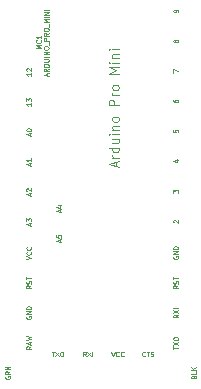
<source format=gbr>
G04 #@! TF.FileFunction,Legend,Bot*
%FSLAX46Y46*%
G04 Gerber Fmt 4.6, Leading zero omitted, Abs format (unit mm)*
G04 Created by KiCad (PCBNEW 4.0.2-2.fc24-product) date Thu 11 Aug 2016 11:34:58 NZST*
%MOMM*%
G01*
G04 APERTURE LIST*
%ADD10C,0.100000*%
%ADD11C,0.088900*%
G04 APERTURE END LIST*
D10*
D11*
X111207248Y-98118990D02*
X110800848Y-98118990D01*
X111091133Y-97983523D01*
X110800848Y-97848057D01*
X111207248Y-97848057D01*
X111168543Y-97422305D02*
X111187895Y-97441657D01*
X111207248Y-97499714D01*
X111207248Y-97538419D01*
X111187895Y-97596476D01*
X111149190Y-97635181D01*
X111110486Y-97654533D01*
X111033076Y-97673885D01*
X110975019Y-97673885D01*
X110897610Y-97654533D01*
X110858905Y-97635181D01*
X110820200Y-97596476D01*
X110800848Y-97538419D01*
X110800848Y-97499714D01*
X110820200Y-97441657D01*
X110839552Y-97422305D01*
X111207248Y-97035257D02*
X111207248Y-97267485D01*
X111207248Y-97151371D02*
X110800848Y-97151371D01*
X110858905Y-97190076D01*
X110897610Y-97228781D01*
X110916962Y-97267485D01*
X111726133Y-100418294D02*
X111726133Y-100224771D01*
X111842248Y-100456999D02*
X111435848Y-100321533D01*
X111842248Y-100186066D01*
X111842248Y-99818371D02*
X111648724Y-99953837D01*
X111842248Y-100050599D02*
X111435848Y-100050599D01*
X111435848Y-99895780D01*
X111455200Y-99857075D01*
X111474552Y-99837723D01*
X111513257Y-99818371D01*
X111571314Y-99818371D01*
X111610019Y-99837723D01*
X111629371Y-99857075D01*
X111648724Y-99895780D01*
X111648724Y-100050599D01*
X111842248Y-99644199D02*
X111435848Y-99644199D01*
X111435848Y-99547437D01*
X111455200Y-99489380D01*
X111493905Y-99450675D01*
X111532610Y-99431323D01*
X111610019Y-99411971D01*
X111668076Y-99411971D01*
X111745486Y-99431323D01*
X111784190Y-99450675D01*
X111822895Y-99489380D01*
X111842248Y-99547437D01*
X111842248Y-99644199D01*
X111435848Y-99237799D02*
X111764838Y-99237799D01*
X111803543Y-99218447D01*
X111822895Y-99199094D01*
X111842248Y-99160390D01*
X111842248Y-99082980D01*
X111822895Y-99044275D01*
X111803543Y-99024923D01*
X111764838Y-99005571D01*
X111435848Y-99005571D01*
X111842248Y-98812047D02*
X111435848Y-98812047D01*
X111842248Y-98618523D02*
X111435848Y-98618523D01*
X111842248Y-98386295D01*
X111435848Y-98386295D01*
X111435848Y-98115362D02*
X111435848Y-98037952D01*
X111455200Y-97999247D01*
X111493905Y-97960543D01*
X111571314Y-97941190D01*
X111706781Y-97941190D01*
X111784190Y-97960543D01*
X111822895Y-97999247D01*
X111842248Y-98037952D01*
X111842248Y-98115362D01*
X111822895Y-98154066D01*
X111784190Y-98192771D01*
X111706781Y-98212123D01*
X111571314Y-98212123D01*
X111493905Y-98192771D01*
X111455200Y-98154066D01*
X111435848Y-98115362D01*
X111880952Y-97863781D02*
X111880952Y-97554143D01*
X111842248Y-97457381D02*
X111435848Y-97457381D01*
X111435848Y-97302562D01*
X111455200Y-97263857D01*
X111474552Y-97244505D01*
X111513257Y-97225153D01*
X111571314Y-97225153D01*
X111610019Y-97244505D01*
X111629371Y-97263857D01*
X111648724Y-97302562D01*
X111648724Y-97457381D01*
X111842248Y-96818753D02*
X111648724Y-96954219D01*
X111842248Y-97050981D02*
X111435848Y-97050981D01*
X111435848Y-96896162D01*
X111455200Y-96857457D01*
X111474552Y-96838105D01*
X111513257Y-96818753D01*
X111571314Y-96818753D01*
X111610019Y-96838105D01*
X111629371Y-96857457D01*
X111648724Y-96896162D01*
X111648724Y-97050981D01*
X111435848Y-96567172D02*
X111435848Y-96489762D01*
X111455200Y-96451057D01*
X111493905Y-96412353D01*
X111571314Y-96393000D01*
X111706781Y-96393000D01*
X111784190Y-96412353D01*
X111822895Y-96451057D01*
X111842248Y-96489762D01*
X111842248Y-96567172D01*
X111822895Y-96605876D01*
X111784190Y-96644581D01*
X111706781Y-96663933D01*
X111571314Y-96663933D01*
X111493905Y-96644581D01*
X111455200Y-96605876D01*
X111435848Y-96567172D01*
X111880952Y-96315591D02*
X111880952Y-96005953D01*
X111842248Y-95909191D02*
X111435848Y-95909191D01*
X111726133Y-95773724D01*
X111435848Y-95638258D01*
X111842248Y-95638258D01*
X111842248Y-95444734D02*
X111435848Y-95444734D01*
X111842248Y-95251210D02*
X111435848Y-95251210D01*
X111842248Y-95018982D01*
X111435848Y-95018982D01*
X111842248Y-94825458D02*
X111435848Y-94825458D01*
X110369048Y-100178810D02*
X110369048Y-100411038D01*
X110369048Y-100294924D02*
X109962648Y-100294924D01*
X110020705Y-100333629D01*
X110059410Y-100372334D01*
X110078762Y-100411038D01*
X110001352Y-100023990D02*
X109982000Y-100004638D01*
X109962648Y-99965933D01*
X109962648Y-99869171D01*
X109982000Y-99830467D01*
X110001352Y-99811114D01*
X110040057Y-99791762D01*
X110078762Y-99791762D01*
X110136819Y-99811114D01*
X110369048Y-100043343D01*
X110369048Y-99791762D01*
X110369048Y-102721350D02*
X110369048Y-102953578D01*
X110369048Y-102837464D02*
X109962648Y-102837464D01*
X110020705Y-102876169D01*
X110059410Y-102914874D01*
X110078762Y-102953578D01*
X109962648Y-102585883D02*
X109962648Y-102334302D01*
X110117467Y-102469769D01*
X110117467Y-102411711D01*
X110136819Y-102373007D01*
X110156171Y-102353654D01*
X110194876Y-102334302D01*
X110291638Y-102334302D01*
X110330343Y-102353654D01*
X110349695Y-102373007D01*
X110369048Y-102411711D01*
X110369048Y-102527826D01*
X110349695Y-102566530D01*
X110330343Y-102585883D01*
X110252933Y-105471685D02*
X110252933Y-105278162D01*
X110369048Y-105510390D02*
X109962648Y-105374924D01*
X110369048Y-105239457D01*
X109962648Y-105026581D02*
X109962648Y-104987876D01*
X109982000Y-104949171D01*
X110001352Y-104929819D01*
X110040057Y-104910466D01*
X110117467Y-104891114D01*
X110214229Y-104891114D01*
X110291638Y-104910466D01*
X110330343Y-104929819D01*
X110349695Y-104949171D01*
X110369048Y-104987876D01*
X110369048Y-105026581D01*
X110349695Y-105065285D01*
X110330343Y-105084638D01*
X110291638Y-105103990D01*
X110214229Y-105123342D01*
X110117467Y-105123342D01*
X110040057Y-105103990D01*
X110001352Y-105084638D01*
X109982000Y-105065285D01*
X109962648Y-105026581D01*
X110252933Y-108011685D02*
X110252933Y-107818162D01*
X110369048Y-108050390D02*
X109962648Y-107914924D01*
X110369048Y-107779457D01*
X110369048Y-107431114D02*
X110369048Y-107663342D01*
X110369048Y-107547228D02*
X109962648Y-107547228D01*
X110020705Y-107585933D01*
X110059410Y-107624638D01*
X110078762Y-107663342D01*
X110252933Y-110551685D02*
X110252933Y-110358162D01*
X110369048Y-110590390D02*
X109962648Y-110454924D01*
X110369048Y-110319457D01*
X110001352Y-110203342D02*
X109982000Y-110183990D01*
X109962648Y-110145285D01*
X109962648Y-110048523D01*
X109982000Y-110009819D01*
X110001352Y-109990466D01*
X110040057Y-109971114D01*
X110078762Y-109971114D01*
X110136819Y-109990466D01*
X110369048Y-110222695D01*
X110369048Y-109971114D01*
X110252933Y-113089145D02*
X110252933Y-112895622D01*
X110369048Y-113127850D02*
X109962648Y-112992384D01*
X110369048Y-112856917D01*
X109962648Y-112760155D02*
X109962648Y-112508574D01*
X110117467Y-112644041D01*
X110117467Y-112585983D01*
X110136819Y-112547279D01*
X110156171Y-112527926D01*
X110194876Y-112508574D01*
X110291638Y-112508574D01*
X110330343Y-112527926D01*
X110349695Y-112547279D01*
X110369048Y-112585983D01*
X110369048Y-112702098D01*
X110349695Y-112740802D01*
X110330343Y-112760155D01*
X109962648Y-115959466D02*
X110369048Y-115824000D01*
X109962648Y-115688533D01*
X110330343Y-115320838D02*
X110349695Y-115340190D01*
X110369048Y-115398247D01*
X110369048Y-115436952D01*
X110349695Y-115495009D01*
X110310990Y-115533714D01*
X110272286Y-115553066D01*
X110194876Y-115572418D01*
X110136819Y-115572418D01*
X110059410Y-115553066D01*
X110020705Y-115533714D01*
X109982000Y-115495009D01*
X109962648Y-115436952D01*
X109962648Y-115398247D01*
X109982000Y-115340190D01*
X110001352Y-115320838D01*
X110330343Y-114914438D02*
X110349695Y-114933790D01*
X110369048Y-114991847D01*
X110369048Y-115030552D01*
X110349695Y-115088609D01*
X110310990Y-115127314D01*
X110272286Y-115146666D01*
X110194876Y-115166018D01*
X110136819Y-115166018D01*
X110059410Y-115146666D01*
X110020705Y-115127314D01*
X109982000Y-115088609D01*
X109962648Y-115030552D01*
X109962648Y-114991847D01*
X109982000Y-114933790D01*
X110001352Y-114914438D01*
X112795473Y-114488685D02*
X112795473Y-114295162D01*
X112911588Y-114527390D02*
X112505188Y-114391924D01*
X112911588Y-114256457D01*
X112505188Y-113927466D02*
X112505188Y-114120990D01*
X112698711Y-114140342D01*
X112679359Y-114120990D01*
X112660007Y-114082285D01*
X112660007Y-113985523D01*
X112679359Y-113946819D01*
X112698711Y-113927466D01*
X112737416Y-113908114D01*
X112834178Y-113908114D01*
X112872883Y-113927466D01*
X112892235Y-113946819D01*
X112911588Y-113985523D01*
X112911588Y-114082285D01*
X112892235Y-114120990D01*
X112872883Y-114140342D01*
X112795473Y-111948685D02*
X112795473Y-111755162D01*
X112911588Y-111987390D02*
X112505188Y-111851924D01*
X112911588Y-111716457D01*
X112640654Y-111406819D02*
X112911588Y-111406819D01*
X112485835Y-111503581D02*
X112776121Y-111600342D01*
X112776121Y-111348762D01*
X110369048Y-118180153D02*
X110175524Y-118315619D01*
X110369048Y-118412381D02*
X109962648Y-118412381D01*
X109962648Y-118257562D01*
X109982000Y-118218857D01*
X110001352Y-118199505D01*
X110040057Y-118180153D01*
X110098114Y-118180153D01*
X110136819Y-118199505D01*
X110156171Y-118218857D01*
X110175524Y-118257562D01*
X110175524Y-118412381D01*
X110349695Y-118025333D02*
X110369048Y-117967276D01*
X110369048Y-117870514D01*
X110349695Y-117831810D01*
X110330343Y-117812457D01*
X110291638Y-117793105D01*
X110252933Y-117793105D01*
X110214229Y-117812457D01*
X110194876Y-117831810D01*
X110175524Y-117870514D01*
X110156171Y-117947924D01*
X110136819Y-117986629D01*
X110117467Y-118005981D01*
X110078762Y-118025333D01*
X110040057Y-118025333D01*
X110001352Y-118005981D01*
X109982000Y-117986629D01*
X109962648Y-117947924D01*
X109962648Y-117851162D01*
X109982000Y-117793105D01*
X109962648Y-117676990D02*
X109962648Y-117444762D01*
X110369048Y-117560876D02*
X109962648Y-117560876D01*
X109982000Y-120807238D02*
X109962648Y-120845943D01*
X109962648Y-120904000D01*
X109982000Y-120962057D01*
X110020705Y-121000762D01*
X110059410Y-121020114D01*
X110136819Y-121039466D01*
X110194876Y-121039466D01*
X110272286Y-121020114D01*
X110310990Y-121000762D01*
X110349695Y-120962057D01*
X110369048Y-120904000D01*
X110369048Y-120865295D01*
X110349695Y-120807238D01*
X110330343Y-120787886D01*
X110194876Y-120787886D01*
X110194876Y-120865295D01*
X110369048Y-120613714D02*
X109962648Y-120613714D01*
X110369048Y-120381486D01*
X109962648Y-120381486D01*
X110369048Y-120187962D02*
X109962648Y-120187962D01*
X109962648Y-120091200D01*
X109982000Y-120033143D01*
X110020705Y-119994438D01*
X110059410Y-119975086D01*
X110136819Y-119955734D01*
X110194876Y-119955734D01*
X110272286Y-119975086D01*
X110310990Y-119994438D01*
X110349695Y-120033143D01*
X110369048Y-120091200D01*
X110369048Y-120187962D01*
X110369048Y-123318210D02*
X110175524Y-123453676D01*
X110369048Y-123550438D02*
X109962648Y-123550438D01*
X109962648Y-123395619D01*
X109982000Y-123356914D01*
X110001352Y-123337562D01*
X110040057Y-123318210D01*
X110098114Y-123318210D01*
X110136819Y-123337562D01*
X110156171Y-123356914D01*
X110175524Y-123395619D01*
X110175524Y-123550438D01*
X110252933Y-123163390D02*
X110252933Y-122969867D01*
X110369048Y-123202095D02*
X109962648Y-123066629D01*
X110369048Y-122931162D01*
X109962648Y-122834400D02*
X110369048Y-122737638D01*
X110078762Y-122660228D01*
X110369048Y-122582819D01*
X109962648Y-122486057D01*
X108204000Y-125887238D02*
X108184648Y-125925943D01*
X108184648Y-125984000D01*
X108204000Y-126042057D01*
X108242705Y-126080762D01*
X108281410Y-126100114D01*
X108358819Y-126119466D01*
X108416876Y-126119466D01*
X108494286Y-126100114D01*
X108532990Y-126080762D01*
X108571695Y-126042057D01*
X108591048Y-125984000D01*
X108591048Y-125945295D01*
X108571695Y-125887238D01*
X108552343Y-125867886D01*
X108416876Y-125867886D01*
X108416876Y-125945295D01*
X108591048Y-125461486D02*
X108397524Y-125596952D01*
X108591048Y-125693714D02*
X108184648Y-125693714D01*
X108184648Y-125538895D01*
X108204000Y-125500190D01*
X108223352Y-125480838D01*
X108262057Y-125461486D01*
X108320114Y-125461486D01*
X108358819Y-125480838D01*
X108378171Y-125500190D01*
X108397524Y-125538895D01*
X108397524Y-125693714D01*
X108591048Y-125287314D02*
X108184648Y-125287314D01*
X108591048Y-125055086D01*
X108184648Y-125055086D01*
X124126171Y-125916266D02*
X124145524Y-125858209D01*
X124164876Y-125838857D01*
X124203581Y-125819505D01*
X124261638Y-125819505D01*
X124300343Y-125838857D01*
X124319695Y-125858209D01*
X124339048Y-125896914D01*
X124339048Y-126051733D01*
X123932648Y-126051733D01*
X123932648Y-125916266D01*
X123952000Y-125877562D01*
X123971352Y-125858209D01*
X124010057Y-125838857D01*
X124048762Y-125838857D01*
X124087467Y-125858209D01*
X124106819Y-125877562D01*
X124126171Y-125916266D01*
X124126171Y-126051733D01*
X124339048Y-125451809D02*
X124339048Y-125645333D01*
X123932648Y-125645333D01*
X124339048Y-125316343D02*
X123932648Y-125316343D01*
X124339048Y-125084115D02*
X124106819Y-125258286D01*
X123932648Y-125084115D02*
X124164876Y-125316343D01*
X122428000Y-115727238D02*
X122408648Y-115765943D01*
X122408648Y-115824000D01*
X122428000Y-115882057D01*
X122466705Y-115920762D01*
X122505410Y-115940114D01*
X122582819Y-115959466D01*
X122640876Y-115959466D01*
X122718286Y-115940114D01*
X122756990Y-115920762D01*
X122795695Y-115882057D01*
X122815048Y-115824000D01*
X122815048Y-115785295D01*
X122795695Y-115727238D01*
X122776343Y-115707886D01*
X122640876Y-115707886D01*
X122640876Y-115785295D01*
X122815048Y-115533714D02*
X122408648Y-115533714D01*
X122815048Y-115301486D01*
X122408648Y-115301486D01*
X122815048Y-115107962D02*
X122408648Y-115107962D01*
X122408648Y-115011200D01*
X122428000Y-114953143D01*
X122466705Y-114914438D01*
X122505410Y-114895086D01*
X122582819Y-114875734D01*
X122640876Y-114875734D01*
X122718286Y-114895086D01*
X122756990Y-114914438D01*
X122795695Y-114953143D01*
X122815048Y-115011200D01*
X122815048Y-115107962D01*
X122408648Y-123560114D02*
X122408648Y-123327886D01*
X122815048Y-123444000D02*
X122408648Y-123444000D01*
X122408648Y-123231124D02*
X122815048Y-122960191D01*
X122408648Y-122960191D02*
X122815048Y-123231124D01*
X122408648Y-122727962D02*
X122408648Y-122650552D01*
X122428000Y-122611847D01*
X122466705Y-122573143D01*
X122544114Y-122553790D01*
X122679581Y-122553790D01*
X122756990Y-122573143D01*
X122795695Y-122611847D01*
X122815048Y-122650552D01*
X122815048Y-122727962D01*
X122795695Y-122766666D01*
X122756990Y-122805371D01*
X122679581Y-122824723D01*
X122544114Y-122824723D01*
X122466705Y-122805371D01*
X122428000Y-122766666D01*
X122408648Y-122727962D01*
X122815048Y-120662096D02*
X122621524Y-120797562D01*
X122815048Y-120894324D02*
X122408648Y-120894324D01*
X122408648Y-120739505D01*
X122428000Y-120700800D01*
X122447352Y-120681448D01*
X122486057Y-120662096D01*
X122544114Y-120662096D01*
X122582819Y-120681448D01*
X122602171Y-120700800D01*
X122621524Y-120739505D01*
X122621524Y-120894324D01*
X122408648Y-120526629D02*
X122815048Y-120255696D01*
X122408648Y-120255696D02*
X122815048Y-120526629D01*
X122815048Y-120100876D02*
X122408648Y-120100876D01*
X122815048Y-118180153D02*
X122621524Y-118315619D01*
X122815048Y-118412381D02*
X122408648Y-118412381D01*
X122408648Y-118257562D01*
X122428000Y-118218857D01*
X122447352Y-118199505D01*
X122486057Y-118180153D01*
X122544114Y-118180153D01*
X122582819Y-118199505D01*
X122602171Y-118218857D01*
X122621524Y-118257562D01*
X122621524Y-118412381D01*
X122795695Y-118025333D02*
X122815048Y-117967276D01*
X122815048Y-117870514D01*
X122795695Y-117831810D01*
X122776343Y-117812457D01*
X122737638Y-117793105D01*
X122698933Y-117793105D01*
X122660229Y-117812457D01*
X122640876Y-117831810D01*
X122621524Y-117870514D01*
X122602171Y-117947924D01*
X122582819Y-117986629D01*
X122563467Y-118005981D01*
X122524762Y-118025333D01*
X122486057Y-118025333D01*
X122447352Y-118005981D01*
X122428000Y-117986629D01*
X122408648Y-117947924D01*
X122408648Y-117851162D01*
X122428000Y-117793105D01*
X122408648Y-117676990D02*
X122408648Y-117444762D01*
X122815048Y-117560876D02*
X122408648Y-117560876D01*
X122447352Y-112841314D02*
X122428000Y-112821962D01*
X122408648Y-112783257D01*
X122408648Y-112686495D01*
X122428000Y-112647791D01*
X122447352Y-112628438D01*
X122486057Y-112609086D01*
X122524762Y-112609086D01*
X122582819Y-112628438D01*
X122815048Y-112860667D01*
X122815048Y-112609086D01*
X122408648Y-110320667D02*
X122408648Y-110069086D01*
X122563467Y-110204553D01*
X122563467Y-110146495D01*
X122582819Y-110107791D01*
X122602171Y-110088438D01*
X122640876Y-110069086D01*
X122737638Y-110069086D01*
X122776343Y-110088438D01*
X122795695Y-110107791D01*
X122815048Y-110146495D01*
X122815048Y-110262610D01*
X122795695Y-110301314D01*
X122776343Y-110320667D01*
X122544114Y-107567791D02*
X122815048Y-107567791D01*
X122389295Y-107664553D02*
X122679581Y-107761314D01*
X122679581Y-107509734D01*
X122408648Y-105008438D02*
X122408648Y-105201962D01*
X122602171Y-105221314D01*
X122582819Y-105201962D01*
X122563467Y-105163257D01*
X122563467Y-105066495D01*
X122582819Y-105027791D01*
X122602171Y-105008438D01*
X122640876Y-104989086D01*
X122737638Y-104989086D01*
X122776343Y-105008438D01*
X122795695Y-105027791D01*
X122815048Y-105066495D01*
X122815048Y-105163257D01*
X122795695Y-105201962D01*
X122776343Y-105221314D01*
X122408648Y-102487791D02*
X122408648Y-102565200D01*
X122428000Y-102603905D01*
X122447352Y-102623257D01*
X122505410Y-102661962D01*
X122582819Y-102681314D01*
X122737638Y-102681314D01*
X122776343Y-102661962D01*
X122795695Y-102642610D01*
X122815048Y-102603905D01*
X122815048Y-102526495D01*
X122795695Y-102487791D01*
X122776343Y-102468438D01*
X122737638Y-102449086D01*
X122640876Y-102449086D01*
X122602171Y-102468438D01*
X122582819Y-102487791D01*
X122563467Y-102526495D01*
X122563467Y-102603905D01*
X122582819Y-102642610D01*
X122602171Y-102661962D01*
X122640876Y-102681314D01*
X122408648Y-100160667D02*
X122408648Y-99889734D01*
X122815048Y-100063905D01*
X122582819Y-97523905D02*
X122563467Y-97562610D01*
X122544114Y-97581962D01*
X122505410Y-97601314D01*
X122486057Y-97601314D01*
X122447352Y-97581962D01*
X122428000Y-97562610D01*
X122408648Y-97523905D01*
X122408648Y-97446495D01*
X122428000Y-97407791D01*
X122447352Y-97388438D01*
X122486057Y-97369086D01*
X122505410Y-97369086D01*
X122544114Y-97388438D01*
X122563467Y-97407791D01*
X122582819Y-97446495D01*
X122582819Y-97523905D01*
X122602171Y-97562610D01*
X122621524Y-97581962D01*
X122660229Y-97601314D01*
X122737638Y-97601314D01*
X122776343Y-97581962D01*
X122795695Y-97562610D01*
X122815048Y-97523905D01*
X122815048Y-97446495D01*
X122795695Y-97407791D01*
X122776343Y-97388438D01*
X122737638Y-97369086D01*
X122660229Y-97369086D01*
X122621524Y-97388438D01*
X122602171Y-97407791D01*
X122582819Y-97446495D01*
X122815048Y-95022610D02*
X122815048Y-94945200D01*
X122795695Y-94906495D01*
X122776343Y-94887143D01*
X122718286Y-94848438D01*
X122640876Y-94829086D01*
X122486057Y-94829086D01*
X122447352Y-94848438D01*
X122428000Y-94867791D01*
X122408648Y-94906495D01*
X122408648Y-94983905D01*
X122428000Y-95022610D01*
X122447352Y-95041962D01*
X122486057Y-95061314D01*
X122582819Y-95061314D01*
X122621524Y-95041962D01*
X122640876Y-95022610D01*
X122660229Y-94983905D01*
X122660229Y-94906495D01*
X122640876Y-94867791D01*
X122621524Y-94848438D01*
X122582819Y-94829086D01*
X112101086Y-123780248D02*
X112333314Y-123780248D01*
X112217200Y-124186648D02*
X112217200Y-123780248D01*
X112430076Y-123780248D02*
X112701009Y-124186648D01*
X112701009Y-123780248D02*
X112430076Y-124186648D01*
X112933238Y-123780248D02*
X113010648Y-123780248D01*
X113049353Y-123799600D01*
X113088057Y-123838305D01*
X113107410Y-123915714D01*
X113107410Y-124051181D01*
X113088057Y-124128590D01*
X113049353Y-124167295D01*
X113010648Y-124186648D01*
X112933238Y-124186648D01*
X112894534Y-124167295D01*
X112855829Y-124128590D01*
X112836477Y-124051181D01*
X112836477Y-123915714D01*
X112855829Y-123838305D01*
X112894534Y-123799600D01*
X112933238Y-123780248D01*
X114999104Y-124186648D02*
X114863638Y-123993124D01*
X114766876Y-124186648D02*
X114766876Y-123780248D01*
X114921695Y-123780248D01*
X114960400Y-123799600D01*
X114979752Y-123818952D01*
X114999104Y-123857657D01*
X114999104Y-123915714D01*
X114979752Y-123954419D01*
X114960400Y-123973771D01*
X114921695Y-123993124D01*
X114766876Y-123993124D01*
X115134571Y-123780248D02*
X115405504Y-124186648D01*
X115405504Y-123780248D02*
X115134571Y-124186648D01*
X115560324Y-124186648D02*
X115560324Y-123780248D01*
X117161734Y-123780248D02*
X117297200Y-124186648D01*
X117432667Y-123780248D01*
X117800362Y-124147943D02*
X117781010Y-124167295D01*
X117722953Y-124186648D01*
X117684248Y-124186648D01*
X117626191Y-124167295D01*
X117587486Y-124128590D01*
X117568134Y-124089886D01*
X117548782Y-124012476D01*
X117548782Y-123954419D01*
X117568134Y-123877010D01*
X117587486Y-123838305D01*
X117626191Y-123799600D01*
X117684248Y-123780248D01*
X117722953Y-123780248D01*
X117781010Y-123799600D01*
X117800362Y-123818952D01*
X118206762Y-124147943D02*
X118187410Y-124167295D01*
X118129353Y-124186648D01*
X118090648Y-124186648D01*
X118032591Y-124167295D01*
X117993886Y-124128590D01*
X117974534Y-124089886D01*
X117955182Y-124012476D01*
X117955182Y-123954419D01*
X117974534Y-123877010D01*
X117993886Y-123838305D01*
X118032591Y-123799600D01*
X118090648Y-123780248D01*
X118129353Y-123780248D01*
X118187410Y-123799600D01*
X118206762Y-123818952D01*
X120021047Y-124147943D02*
X120001695Y-124167295D01*
X119943638Y-124186648D01*
X119904933Y-124186648D01*
X119846876Y-124167295D01*
X119808171Y-124128590D01*
X119788819Y-124089886D01*
X119769467Y-124012476D01*
X119769467Y-123954419D01*
X119788819Y-123877010D01*
X119808171Y-123838305D01*
X119846876Y-123799600D01*
X119904933Y-123780248D01*
X119943638Y-123780248D01*
X120001695Y-123799600D01*
X120021047Y-123818952D01*
X120137162Y-123780248D02*
X120369390Y-123780248D01*
X120253276Y-124186648D02*
X120253276Y-123780248D01*
X120485505Y-124167295D02*
X120543562Y-124186648D01*
X120640324Y-124186648D01*
X120679028Y-124167295D01*
X120698381Y-124147943D01*
X120717733Y-124109238D01*
X120717733Y-124070533D01*
X120698381Y-124031829D01*
X120679028Y-124012476D01*
X120640324Y-123993124D01*
X120562914Y-123973771D01*
X120524209Y-123954419D01*
X120504857Y-123935067D01*
X120485505Y-123896362D01*
X120485505Y-123857657D01*
X120504857Y-123818952D01*
X120524209Y-123799600D01*
X120562914Y-123780248D01*
X120659676Y-123780248D01*
X120717733Y-123799600D01*
X117534267Y-108097561D02*
X117534267Y-107710513D01*
X117766495Y-108174970D02*
X116953695Y-107904037D01*
X117766495Y-107633104D01*
X117766495Y-107362170D02*
X117224629Y-107362170D01*
X117379448Y-107362170D02*
X117302038Y-107323465D01*
X117263333Y-107284761D01*
X117224629Y-107207351D01*
X117224629Y-107129942D01*
X117766495Y-106510665D02*
X116953695Y-106510665D01*
X117727790Y-106510665D02*
X117766495Y-106588075D01*
X117766495Y-106742894D01*
X117727790Y-106820303D01*
X117689086Y-106859008D01*
X117611676Y-106897713D01*
X117379448Y-106897713D01*
X117302038Y-106859008D01*
X117263333Y-106820303D01*
X117224629Y-106742894D01*
X117224629Y-106588075D01*
X117263333Y-106510665D01*
X117224629Y-105775275D02*
X117766495Y-105775275D01*
X117224629Y-106123618D02*
X117650381Y-106123618D01*
X117727790Y-106084913D01*
X117766495Y-106007504D01*
X117766495Y-105891390D01*
X117727790Y-105813980D01*
X117689086Y-105775275D01*
X117766495Y-105388228D02*
X117224629Y-105388228D01*
X116953695Y-105388228D02*
X116992400Y-105426933D01*
X117031105Y-105388228D01*
X116992400Y-105349523D01*
X116953695Y-105388228D01*
X117031105Y-105388228D01*
X117224629Y-105001180D02*
X117766495Y-105001180D01*
X117302038Y-105001180D02*
X117263333Y-104962475D01*
X117224629Y-104885066D01*
X117224629Y-104768952D01*
X117263333Y-104691542D01*
X117340743Y-104652837D01*
X117766495Y-104652837D01*
X117766495Y-104149676D02*
X117727790Y-104227085D01*
X117689086Y-104265790D01*
X117611676Y-104304495D01*
X117379448Y-104304495D01*
X117302038Y-104265790D01*
X117263333Y-104227085D01*
X117224629Y-104149676D01*
X117224629Y-104033562D01*
X117263333Y-103956152D01*
X117302038Y-103917447D01*
X117379448Y-103878743D01*
X117611676Y-103878743D01*
X117689086Y-103917447D01*
X117727790Y-103956152D01*
X117766495Y-104033562D01*
X117766495Y-104149676D01*
X117766495Y-102911124D02*
X116953695Y-102911124D01*
X116953695Y-102601486D01*
X116992400Y-102524077D01*
X117031105Y-102485372D01*
X117108514Y-102446667D01*
X117224629Y-102446667D01*
X117302038Y-102485372D01*
X117340743Y-102524077D01*
X117379448Y-102601486D01*
X117379448Y-102911124D01*
X117766495Y-102098324D02*
X117224629Y-102098324D01*
X117379448Y-102098324D02*
X117302038Y-102059619D01*
X117263333Y-102020915D01*
X117224629Y-101943505D01*
X117224629Y-101866096D01*
X117766495Y-101479048D02*
X117727790Y-101556457D01*
X117689086Y-101595162D01*
X117611676Y-101633867D01*
X117379448Y-101633867D01*
X117302038Y-101595162D01*
X117263333Y-101556457D01*
X117224629Y-101479048D01*
X117224629Y-101362934D01*
X117263333Y-101285524D01*
X117302038Y-101246819D01*
X117379448Y-101208115D01*
X117611676Y-101208115D01*
X117689086Y-101246819D01*
X117727790Y-101285524D01*
X117766495Y-101362934D01*
X117766495Y-101479048D01*
X117766495Y-100240496D02*
X116953695Y-100240496D01*
X117534267Y-99969563D01*
X116953695Y-99698630D01*
X117766495Y-99698630D01*
X117766495Y-99311582D02*
X117224629Y-99311582D01*
X116953695Y-99311582D02*
X116992400Y-99350287D01*
X117031105Y-99311582D01*
X116992400Y-99272877D01*
X116953695Y-99311582D01*
X117031105Y-99311582D01*
X117224629Y-98924534D02*
X117766495Y-98924534D01*
X117302038Y-98924534D02*
X117263333Y-98885829D01*
X117224629Y-98808420D01*
X117224629Y-98692306D01*
X117263333Y-98614896D01*
X117340743Y-98576191D01*
X117766495Y-98576191D01*
X117766495Y-98189144D02*
X117224629Y-98189144D01*
X116953695Y-98189144D02*
X116992400Y-98227849D01*
X117031105Y-98189144D01*
X116992400Y-98150439D01*
X116953695Y-98189144D01*
X117031105Y-98189144D01*
M02*

</source>
